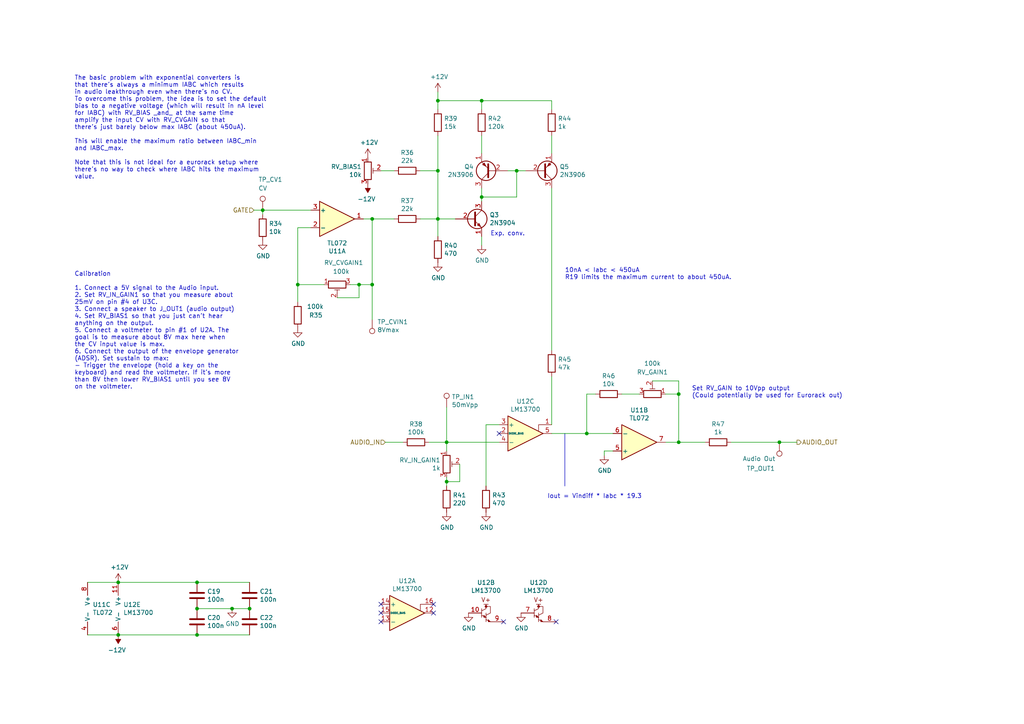
<source format=kicad_sch>
(kicad_sch (version 20230121) (generator eeschema)
  (paper "A4")
  (lib_symbols
    (symbol "Amplifier_Operational:LM13700" (pin_names (offset 0.127))
      (property "Reference" "U" (at 3.81 5.08 0))
      (property "Value" "LM13700" (at 5.08 -5.08 0))
      (symbol "LM13700_1_1"
        (polyline (pts (xy 3.81 -0.635) (xy 3.81 -2.54) (xy 5.08 -2.54)))
        (polyline (pts (xy 5.08 0) (xy -5.08 -5.08) (xy -5.08 5.08) (xy 5.08 0)) (stroke (width 0.254)) (fill (type background)))
        (pin output line (at 7.62 0 180) (length 2.54) (name "~") (number "12"))
        (pin input line (at -7.62 2.54 0) (length 2.54) (name "-") (number "13"))
        (pin input line (at -7.62 -2.54 0) (length 2.54) (name "+") (number "14"))
        (pin input line (at -7.62 0 0) (length 2.54) (name "DIODE_BIAS") (number "15"))
        (pin input line (at 7.62 -2.54 180) (length 2.54) (name "~") (number "16"))
      )
      (symbol "LM13700_2_0"
        (polyline (pts (xy -1.905 2.54) (xy -3.175 2.54)))
      )
      (symbol "LM13700_2_1"
        (circle (center -2.54 1.905) (radius 0.254) (stroke (width 0.254)) (fill (type outline)))
        (polyline (pts (xy -3.81 -0.635) (xy -2.54 -1.27)))
        (polyline (pts (xy -3.81 1.27) (xy -3.81 -1.27)))
        (polyline (pts (xy -2.54 -1.905) (xy -1.27 -2.54)))
        (polyline (pts (xy -2.54 0) (xy -2.54 -2.54)))
        (polyline (pts (xy -3.81 0.635) (xy -2.54 1.27) (xy -2.54 1.905) (xy -2.54 2.54)))
        (polyline (pts (xy -2.54 -1.27) (xy -3.175 -0.635) (xy -3.175 -1.27) (xy -2.54 -1.27)) (fill (type outline)))
        (polyline (pts (xy -2.54 -0.635) (xy -1.27 0) (xy -1.27 1.905) (xy -2.54 1.905)))
        (polyline (pts (xy -1.27 -2.54) (xy -1.905 -1.905) (xy -1.905 -2.54) (xy -1.27 -2.54)) (fill (type outline)))
        (text "V+" (at -2.54 3.81 0) (effects (font (size 1.27 1.27))))
        (pin input line (at -7.62 0 0) (length 3.81) (name "~") (number "10"))
        (pin output line (at 2.54 -2.54 180) (length 3.81) (name "~") (number "9"))
      )
      (symbol "LM13700_3_1"
        (polyline (pts (xy 3.81 -0.635) (xy 3.81 -2.54) (xy 5.08 -2.54)))
        (polyline (pts (xy 5.08 0) (xy -5.08 -5.08) (xy -5.08 5.08) (xy 5.08 0)) (stroke (width 0.254)) (fill (type background)))
        (pin input line (at 7.62 -2.54 180) (length 2.54) (name "~") (number "1"))
        (pin input line (at -7.62 0 0) (length 2.54) (name "DIODE_BIAS") (number "2"))
        (pin input line (at -7.62 -2.54 0) (length 2.54) (name "+") (number "3"))
        (pin input line (at -7.62 2.54 0) (length 2.54) (name "-") (number "4"))
        (pin output line (at 7.62 0 180) (length 2.54) (name "~") (number "5"))
      )
      (symbol "LM13700_4_0"
        (polyline (pts (xy -3.175 2.54) (xy -1.905 2.54)))
        (text "V+" (at -2.54 3.81 0) (effects (font (size 1.27 1.27))))
      )
      (symbol "LM13700_4_1"
        (circle (center -2.54 1.905) (radius 0.254) (stroke (width 0.254)) (fill (type outline)))
        (polyline (pts (xy -3.81 -0.635) (xy -2.54 -1.27)))
        (polyline (pts (xy -3.81 1.27) (xy -3.81 -1.27)))
        (polyline (pts (xy -2.54 -1.905) (xy -1.27 -2.54)))
        (polyline (pts (xy -2.54 0) (xy -2.54 -2.54)))
        (polyline (pts (xy -3.81 0.635) (xy -2.54 1.27) (xy -2.54 2.54)))
        (polyline (pts (xy -2.54 -1.27) (xy -3.175 -0.635) (xy -3.175 -1.27) (xy -2.54 -1.27)) (fill (type outline)))
        (polyline (pts (xy -2.54 -0.635) (xy -1.27 0) (xy -1.27 1.905) (xy -2.54 1.905)))
        (polyline (pts (xy -1.27 -2.54) (xy -1.905 -1.905) (xy -1.905 -2.54) (xy -1.27 -2.54)) (fill (type outline)))
        (pin input line (at -7.62 0 0) (length 3.81) (name "~") (number "7"))
        (pin output line (at 2.54 -2.54 180) (length 3.81) (name "~") (number "8"))
      )
      (symbol "LM13700_5_1"
        (pin power_in line (at -2.54 7.62 270) (length 3.81) (name "V+") (number "11"))
        (pin power_in line (at -2.54 -7.62 90) (length 3.81) (name "V-") (number "6"))
      )
    )
    (symbol "Amplifier_Operational:TL072" (pin_names (offset 0.127))
      (property "Reference" "U" (at 0 5.08 0))
      (property "Value" "TL072" (at 0 -5.08 0))
      (symbol "TL072_1_1"
        (polyline (pts (xy -5.08 5.08) (xy 5.08 0) (xy -5.08 -5.08) (xy -5.08 5.08)) (stroke (width 0.254)) (fill (type background)))
        (pin output line (at 7.62 0 180) (length 2.54) (name "~") (number "1"))
        (pin input line (at -7.62 -2.54 0) (length 2.54) (name "-") (number "2"))
        (pin input line (at -7.62 2.54 0) (length 2.54) (name "+") (number "3"))
      )
      (symbol "TL072_2_1"
        (polyline (pts (xy -5.08 5.08) (xy 5.08 0) (xy -5.08 -5.08) (xy -5.08 5.08)) (stroke (width 0.254)) (fill (type background)))
        (pin input line (at -7.62 2.54 0) (length 2.54) (name "+") (number "5"))
        (pin input line (at -7.62 -2.54 0) (length 2.54) (name "-") (number "6"))
        (pin output line (at 7.62 0 180) (length 2.54) (name "~") (number "7"))
      )
      (symbol "TL072_3_1"
        (pin power_in line (at -2.54 -7.62 90) (length 3.81) (name "V-") (number "4"))
        (pin power_in line (at -2.54 7.62 270) (length 3.81) (name "V+") (number "8"))
      )
    )
    (symbol "Connector:TestPoint" (pin_numbers hide) (pin_names (offset 0.762) hide)
      (property "Reference" "TP" (at 0 6.858 0))
      (property "Value" "TestPoint" (at 0 5.08 0))
      (symbol "TestPoint_0_1"
        (circle (center 0 3.302) (radius 0.762))
      )
      (symbol "TestPoint_1_1"
        (pin passive line (at 0 0 90) (length 2.54) (name "1") (number "1"))
      )
    )
    (symbol "Device:C" (pin_numbers hide) (pin_names (offset 0.254))
      (property "Reference" "C" (at 0.635 2.54 0))
      (property "Value" "C" (at 0.635 -2.54 0))
      (symbol "C_0_1"
        (polyline (pts (xy -2.032 -0.762) (xy 2.032 -0.762)) (stroke (width 0.508)))
        (polyline (pts (xy -2.032 0.762) (xy 2.032 0.762)) (stroke (width 0.508)))
      )
      (symbol "C_1_1"
        (pin passive line (at 0 3.81 270) (length 2.794) (name "~") (number "1"))
        (pin passive line (at 0 -3.81 90) (length 2.794) (name "~") (number "2"))
      )
    )
    (symbol "Device:R" (pin_numbers hide) (pin_names (offset 0))
      (property "Reference" "R" (at 2.032 0 90))
      (property "Value" "R" (at 0 0 90))
      (symbol "R_0_1"
        (rectangle (start -1.016 -2.54) (end 1.016 2.54) (stroke (width 0.254)))
      )
      (symbol "R_1_1"
        (pin passive line (at 0 3.81 270) (length 1.27) (name "~") (number "1"))
        (pin passive line (at 0 -3.81 90) (length 1.27) (name "~") (number "2"))
      )
    )
    (symbol "Device:R_Potentiometer_Trim" (pin_names (offset 1.016) hide)
      (property "Reference" "RV" (at -4.445 0 90))
      (property "Value" "R_Potentiometer_Trim" (at -2.54 0 90))
      (symbol "R_Potentiometer_Trim_0_1"
        (polyline (pts (xy 1.524 0.762) (xy 1.524 -0.762)))
        (polyline (pts (xy 2.54 0) (xy 1.524 0)))
        (rectangle (start 1.016 2.54) (end -1.016 -2.54) (stroke (width 0.254)))
      )
      (symbol "R_Potentiometer_Trim_1_1"
        (pin passive line (at 0 3.81 270) (length 1.27) (name "1") (number "1"))
        (pin passive line (at 3.81 0 180) (length 1.27) (name "2") (number "2"))
        (pin passive line (at 0 -3.81 90) (length 1.27) (name "3") (number "3"))
      )
    )
    (symbol "Transistor_BJT:2N3904" (pin_names (offset 0) hide)
      (property "Reference" "Q" (at 5.08 1.905 0))
      (property "Value" "2N3904" (at 5.08 0 0))
      (symbol "2N3904_0_1"
        (polyline (pts (xy 0.635 0.635) (xy 2.54 2.54)))
        (polyline (pts (xy 0.635 -0.635) (xy 2.54 -2.54) (xy 2.54 -2.54)))
        (polyline (pts (xy 0.635 1.905) (xy 0.635 -1.905) (xy 0.635 -1.905)) (stroke (width 0.508)))
        (polyline (pts (xy 1.27 -1.778) (xy 1.778 -1.27) (xy 2.286 -2.286) (xy 1.27 -1.778) (xy 1.27 -1.778)) (fill (type outline)))
        (circle (center 1.27 0) (radius 2.8194) (stroke (width 0.254)))
      )
      (symbol "2N3904_1_1"
        (pin passive line (at 2.54 -5.08 90) (length 2.54) (name "E") (number "1"))
        (pin passive line (at -5.08 0 0) (length 5.715) (name "B") (number "2"))
        (pin passive line (at 2.54 5.08 270) (length 2.54) (name "C") (number "3"))
      )
    )
    (symbol "Transistor_BJT:2N3906" (pin_names (offset 0) hide)
      (property "Reference" "Q" (at 5.08 1.905 0))
      (property "Value" "2N3906" (at 5.08 0 0))
      (symbol "2N3906_0_1"
        (polyline (pts (xy 0.635 0.635) (xy 2.54 2.54)))
        (polyline (pts (xy 0.635 -0.635) (xy 2.54 -2.54) (xy 2.54 -2.54)))
        (polyline (pts (xy 0.635 1.905) (xy 0.635 -1.905) (xy 0.635 -1.905)) (stroke (width 0.508)))
        (polyline (pts (xy 2.286 -1.778) (xy 1.778 -2.286) (xy 1.27 -1.27) (xy 2.286 -1.778) (xy 2.286 -1.778)) (fill (type outline)))
        (circle (center 1.27 0) (radius 2.8194) (stroke (width 0.254)))
      )
      (symbol "2N3906_1_1"
        (pin passive line (at 2.54 -5.08 90) (length 2.54) (name "E") (number "1"))
        (pin input line (at -5.08 0 0) (length 5.715) (name "B") (number "2"))
        (pin passive line (at 2.54 5.08 270) (length 2.54) (name "C") (number "3"))
      )
    )
    (symbol "power:+12V" (power) (pin_names (offset 0))
      (property "Value" "+12V" (at 0 3.556 0))
      (symbol "+12V_0_1"
        (polyline (pts (xy -0.762 1.27) (xy 0 2.54)))
        (polyline (pts (xy 0 0) (xy 0 2.54)))
        (polyline (pts (xy 0 2.54) (xy 0.762 1.27)))
      )
      (symbol "+12V_1_1"
        (pin power_in line (at 0 0 90) (length 0) hide (name "+12V") (number "1"))
      )
    )
    (symbol "power:-12V" (power) (pin_names (offset 0))
      (property "Value" "-12V" (at 0 3.81 0))
      (symbol "-12V_0_0"
        (pin power_in line (at 0 0 90) (length 0) hide (name "-12V") (number "1"))
      )
      (symbol "-12V_0_1"
        (polyline (pts (xy 0 0) (xy 0 1.27) (xy 0.762 1.27) (xy 0 2.54) (xy -0.762 1.27) (xy 0 1.27)) (fill (type outline)))
      )
    )
    (symbol "power:GND" (power) (pin_names (offset 0))
      (property "Value" "GND" (at 0 -3.81 0))
      (symbol "GND_0_1"
        (polyline (pts (xy 0 0) (xy 0 -1.27) (xy 1.27 -1.27) (xy 0 -2.54) (xy -1.27 -1.27) (xy 0 -1.27)))
      )
      (symbol "GND_1_1"
        (pin power_in line (at 0 0 270) (length 0) hide (name "GND") (number "1"))
      )
    )
  )
  (junction (at 139.7 57.15))
  (junction (at 127 49.53))
  (junction (at 34.29 184.15))
  (junction (at 196.85 114.3))
  (junction (at 149.86 49.53))
  (junction (at 170.18 125.73))
  (junction (at 129.54 128.27))
  (junction (at 127 63.5))
  (junction (at 226.06 128.27))
  (junction (at 127 29.21))
  (junction (at 57.15 176.53))
  (junction (at 34.29 168.91))
  (junction (at 76.2 60.96))
  (junction (at 72.39 176.53))
  (junction (at 196.85 128.27))
  (junction (at 129.54 139.7))
  (junction (at 107.95 82.55))
  (junction (at 139.7 29.21))
  (junction (at 67.31 176.53))
  (junction (at 86.36 82.55))
  (junction (at 57.15 168.91))
  (junction (at 57.15 184.15))
  (junction (at 107.95 63.5))
  (junction (at 104.14 82.55))
  (no_connect (at 110.49 175.26))
  (no_connect (at 144.78 125.73))
  (no_connect (at 146.05 180.34))
  (no_connect (at 110.49 180.34))
  (no_connect (at 125.73 175.26))
  (no_connect (at 110.49 177.8))
  (no_connect (at 125.73 177.8))
  (no_connect (at 161.29 180.34))
  (wire (pts (xy 170.18 125.73) (xy 177.8 125.73)))
  (wire (pts (xy 140.97 123.19) (xy 140.97 140.97)))
  (wire (pts (xy 160.02 125.73) (xy 170.18 125.73)))
  (wire (pts (xy 170.18 114.3) (xy 170.18 125.73)))
  (wire (pts (xy 133.35 139.7) (xy 129.54 139.7)))
  (wire (pts (xy 34.29 168.91) (xy 57.15 168.91)))
  (wire (pts (xy 139.7 57.15) (xy 149.86 57.15)))
  (wire (pts (xy 86.36 66.04) (xy 86.36 82.55)))
  (wire (pts (xy 185.42 114.3) (xy 180.34 114.3)))
  (wire (pts (xy 231.14 128.27) (xy 226.06 128.27)))
  (wire (pts (xy 139.7 68.58) (xy 139.7 71.12)))
  (polyline (pts (xy 163.83 140.97) (xy 163.83 125.73)))
  (wire (pts (xy 193.04 114.3) (xy 196.85 114.3)))
  (wire (pts (xy 104.14 86.36) (xy 104.14 82.55)))
  (wire (pts (xy 212.09 128.27) (xy 226.06 128.27)))
  (wire (pts (xy 57.15 184.15) (xy 72.39 184.15)))
  (wire (pts (xy 160.02 29.21) (xy 139.7 29.21)))
  (wire (pts (xy 101.6 82.55) (xy 104.14 82.55)))
  (wire (pts (xy 175.26 130.81) (xy 177.8 130.81)))
  (wire (pts (xy 114.3 49.53) (xy 110.49 49.53)))
  (wire (pts (xy 57.15 176.53) (xy 67.31 176.53)))
  (wire (pts (xy 90.17 66.04) (xy 86.36 66.04)))
  (wire (pts (xy 73.66 60.96) (xy 76.2 60.96)))
  (wire (pts (xy 129.54 139.7) (xy 129.54 138.43)))
  (wire (pts (xy 147.32 49.53) (xy 149.86 49.53)))
  (wire (pts (xy 93.98 82.55) (xy 86.36 82.55)))
  (wire (pts (xy 67.31 176.53) (xy 72.39 176.53)))
  (wire (pts (xy 107.95 82.55) (xy 107.95 63.5)))
  (wire (pts (xy 121.92 49.53) (xy 127 49.53)))
  (wire (pts (xy 133.35 134.62) (xy 133.35 139.7)))
  (wire (pts (xy 107.95 63.5) (xy 105.41 63.5)))
  (wire (pts (xy 139.7 39.37) (xy 139.7 44.45)))
  (wire (pts (xy 116.84 128.27) (xy 111.76 128.27)))
  (wire (pts (xy 139.7 57.15) (xy 139.7 58.42)))
  (wire (pts (xy 196.85 110.49) (xy 196.85 114.3)))
  (wire (pts (xy 121.92 63.5) (xy 127 63.5)))
  (wire (pts (xy 196.85 128.27) (xy 193.04 128.27)))
  (wire (pts (xy 149.86 49.53) (xy 152.4 49.53)))
  (wire (pts (xy 129.54 140.97) (xy 129.54 139.7)))
  (wire (pts (xy 149.86 57.15) (xy 149.86 49.53)))
  (wire (pts (xy 175.26 132.08) (xy 175.26 130.81)))
  (wire (pts (xy 127 49.53) (xy 127 63.5)))
  (wire (pts (xy 57.15 168.91) (xy 72.39 168.91)))
  (wire (pts (xy 124.46 128.27) (xy 129.54 128.27)))
  (wire (pts (xy 204.47 128.27) (xy 196.85 128.27)))
  (wire (pts (xy 127 29.21) (xy 139.7 29.21)))
  (wire (pts (xy 127 68.58) (xy 127 63.5)))
  (wire (pts (xy 25.4 184.15) (xy 34.29 184.15)))
  (wire (pts (xy 127 26.67) (xy 127 29.21)))
  (wire (pts (xy 127 39.37) (xy 127 49.53)))
  (wire (pts (xy 139.7 54.61) (xy 139.7 57.15)))
  (wire (pts (xy 144.78 123.19) (xy 140.97 123.19)))
  (wire (pts (xy 196.85 114.3) (xy 196.85 128.27)))
  (wire (pts (xy 104.14 82.55) (xy 107.95 82.55)))
  (wire (pts (xy 129.54 130.81) (xy 129.54 128.27)))
  (wire (pts (xy 114.3 63.5) (xy 107.95 63.5)))
  (wire (pts (xy 76.2 60.96) (xy 76.2 62.23)))
  (wire (pts (xy 129.54 128.27) (xy 144.78 128.27)))
  (wire (pts (xy 127 29.21) (xy 127 31.75)))
  (wire (pts (xy 107.95 92.71) (xy 107.95 82.55)))
  (wire (pts (xy 160.02 31.75) (xy 160.02 29.21)))
  (wire (pts (xy 34.29 168.91) (xy 25.4 168.91)))
  (wire (pts (xy 129.54 118.11) (xy 129.54 128.27)))
  (wire (pts (xy 127 63.5) (xy 132.08 63.5)))
  (wire (pts (xy 172.72 114.3) (xy 170.18 114.3)))
  (wire (pts (xy 160.02 39.37) (xy 160.02 44.45)))
  (wire (pts (xy 97.79 86.36) (xy 104.14 86.36)))
  (wire (pts (xy 160.02 109.22) (xy 160.02 123.19)))
  (wire (pts (xy 189.23 110.49) (xy 196.85 110.49)))
  (wire (pts (xy 34.29 184.15) (xy 57.15 184.15)))
  (wire (pts (xy 160.02 54.61) (xy 160.02 101.6)))
  (wire (pts (xy 139.7 29.21) (xy 139.7 31.75)))
  (wire (pts (xy 76.2 60.96) (xy 90.17 60.96)))
  (wire (pts (xy 86.36 82.55) (xy 86.36 87.63)))
  (text "Calibration\n\n1. Connect a 5V signal to the Audio input. \n2. Set RV_IN_GAIN1 so that you measure about \n25mV on pin #4 of U3C.\n3. Connect a speaker to J_OUT1 (audio output)\n4. Set RV_BIAS1 so that you just can’t hear \nanything on the output.\n5. Connect a voltmeter to pin #1 of U2A. The \ngoal is to measure about 8V max here when \nthe CV input value is max.\n6. Connect the output of the envelope generator\n(ADSR). Set sustain to max: \n- Trigger the envelope (hold a key on the \nkeyboard) and read the voltmeter. If it’s more \nthan 8V then lower RV_BIAS1 until you see 8V \non the voltmeter. " (at 21.59 113.03 0) (effects (font (size 1.27 1.27)) (justify left bottom)))
  (text "10nA < Iabc < 450uA\nR19 limits the maximum current to about 450uA." (at 163.83 81.28 0) (effects (font (size 1.27 1.27)) (justify left bottom)))
  (text "The basic problem with exponential converters is \nthat there’s always a minimum IABC which results\nin audio leakthrough even when there’s no CV.\nTo overcome this problem, the idea is to set the default\nbias to a negative voltage (which will result in nA level\nfor IABC) with RV_BIAS _and_ at the same time \namplify the input CV with RV_CVGAIN so that \nthere’s just barely below max IABC (about 450uA).\n\nThis will enable the maximum ratio between IABC_min\nand IABC_max.\n\nNote that this is not ideal for a eurorack setup where\nthere’s no way to check where IABC hits the maximum\nvalue." (at 21.59 52.07 0) (effects (font (size 1.27 1.27)) (justify left bottom)))
  (text "Iout = Vindiff * Iabc * 19.3" (at 158.75 144.78 0) (effects (font (size 1.27 1.27)) (justify left bottom)))
  (text "Set RV_GAIN to 10Vpp output\n(Could potentially be used for Eurorack out)" (at 200.66 115.57 0) (effects (font (size 1.27 1.27)) (justify left bottom)))
  (text "Exp. conv." (at 142.24 68.58 0) (effects (font (size 1.27 1.27)) (justify left bottom)))
  (hierarchical_label "AUDIO_IN" (shape input) (at 111.76 128.27 180))
  (hierarchical_label "GATE" (shape input) (at 73.66 60.96 180))
  (hierarchical_label "AUDIO_OUT" (shape output) (at 231.14 128.27 0))
  (symbol (lib_id "Transistor_BJT:2N3904") (at 137.16 63.5 0) (unit 1)
    (property "Reference" "Q3" (at 141.986 62.3316 0) (effects (justify left)))
    (property "Value" "2N3904" (at 141.986 64.643 0) (effects (justify left)))
    (property "Footprint" "Package_TO_SOT_THT:TO-92L_Inline_Wide" (effects hide))
    (property "Datasheet" "https://www.onsemi.com/pub/Collateral/2N3903-D.PDF" (effects hide))
    (instances (project "shmoergh-funk-livecontrol" (path "" (reference "Q3") (unit 1))) (project "hog-f1-control" (path "" (reference "Q4") (unit 1))))
  )
  (symbol (lib_id "Device:R") (at 208.28 128.27 90) (unit 1)
    (property "Reference" "R47" (at 208.28 123.0122 90))
    (property "Value" "1k" (at 208.28 125.3236 90))
    (property "Footprint" "Shmoergh_Custom_Footprints:R_Axial_DIN0207_L6.3mm_D2.5mm_P7.62mm_Horizontal" (effects hide))
    (instances (project "shmoergh-funk-livecontrol" (path "" (reference "R47") (unit 1))) (project "hog-f1-control" (path "" (reference "R52") (unit 1))))
  )
  (symbol (lib_id "Device:R") (at 176.53 114.3 270) (unit 1)
    (property "Reference" "R46" (at 176.53 109.0422 90))
    (property "Value" "10k" (at 176.53 111.3536 90))
    (property "Footprint" "Shmoergh_Custom_Footprints:R_Axial_DIN0207_L6.3mm_D2.5mm_P7.62mm_Horizontal" (effects hide))
    (instances (project "shmoergh-funk-livecontrol" (path "" (reference "R46") (unit 1))) (project "hog-f1-control" (path "" (reference "R51") (unit 1))))
  )
  (symbol (lib_id "power:GND") (at 86.36 95.25 0) (unit 1)
    (property "Reference" "#PWR068" (effects hide))
    (property "Value" "GND" (at 86.487 99.6442 0))
    (instances (project "shmoergh-funk-livecontrol" (path "" (reference "#PWR068") (unit 1))) (project "hog-f1-control" (path "" (reference "#PWR0173") (unit 1))))
  )
  (symbol (lib_id "Amplifier_Operational:LM13700") (at 118.11 177.8 0) (mirror x) (unit 1)
    (property "Reference" "U12" (at 118.11 168.4782 0))
    (property "Value" "LM13700" (at 118.11 170.7896 0))
    (property "Footprint" "Package_DIP:DIP-16_W7.62mm" (effects hide))
    (property "Datasheet" "http://www.ti.com/lit/ds/symlink/lm13700.pdf" (effects hide))
    (instances (project "shmoergh-funk-livecontrol" (path "" (reference "U12") (unit 1))) (project "hog-f1-control" (path "" (reference "U11") (unit 1))))
  )
  (symbol (lib_id "Device:R") (at 160.02 105.41 180) (unit 1)
    (property "Reference" "R45" (at 161.798 104.2416 0) (effects (justify right)))
    (property "Value" "47k" (at 161.798 106.553 0) (effects (justify right)))
    (property "Footprint" "Shmoergh_Custom_Footprints:R_Axial_DIN0207_L6.3mm_D2.5mm_P7.62mm_Horizontal" (effects hide))
    (instances (project "shmoergh-funk-livecontrol" (path "" (reference "R45") (unit 1))) (project "hog-f1-control" (path "" (reference "R50") (unit 1))))
  )
  (symbol (lib_id "Device:R") (at 118.11 63.5 270) (unit 1)
    (property "Reference" "R37" (at 118.11 58.2422 90))
    (property "Value" "22k" (at 118.11 60.5536 90))
    (property "Footprint" "Shmoergh_Custom_Footprints:R_Axial_DIN0207_L6.3mm_D2.5mm_P7.62mm_Horizontal" (effects hide))
    (instances (project "shmoergh-funk-livecontrol" (path "" (reference "R37") (unit 1))) (project "hog-f1-control" (path "" (reference "R42") (unit 1))))
  )
  (symbol (lib_id "Device:R") (at 127 35.56 180) (unit 1)
    (property "Reference" "R39" (at 128.778 34.3916 0) (effects (justify right)))
    (property "Value" "15k" (at 128.778 36.703 0) (effects (justify right)))
    (property "Footprint" "Shmoergh_Custom_Footprints:R_Axial_DIN0207_L6.3mm_D2.5mm_P7.62mm_Horizontal" (effects hide))
    (instances (project "shmoergh-funk-livecontrol" (path "" (reference "R39") (unit 1))) (project "hog-f1-control" (path "" (reference "R44") (unit 1))))
  )
  (symbol (lib_id "Amplifier_Operational:LM13700") (at 158.75 177.8 0) (unit 4)
    (property "Reference" "U12" (at 156.21 168.9608 0))
    (property "Value" "LM13700" (at 156.21 171.2722 0))
    (property "Footprint" "Package_DIP:DIP-16_W7.62mm" (effects hide))
    (property "Datasheet" "http://www.ti.com/lit/ds/symlink/lm13700.pdf" (effects hide))
    (instances (project "shmoergh-funk-livecontrol" (path "" (reference "U12") (unit 4))) (project "hog-f1-control" (path "" (reference "U11") (unit 4))))
  )
  (symbol (lib_id "Transistor_BJT:2N3906") (at 142.24 49.53 180) (unit 1)
    (property "Reference" "Q4" (at 137.414 48.3616 0) (effects (justify left)))
    (property "Value" "2N3906" (at 137.414 50.673 0) (effects (justify left)))
    (property "Footprint" "Package_TO_SOT_THT:TO-92L_Inline_Wide" (effects hide))
    (property "Datasheet" "https://www.onsemi.com/pub/Collateral/2N3906-D.PDF" (effects hide))
    (instances (project "shmoergh-funk-livecontrol" (path "" (reference "Q4") (unit 1))) (project "hog-f1-control" (path "" (reference "Q5") (unit 1))))
  )
  (symbol (lib_id "Device:C") (at 72.39 180.34 0) (unit 1)
    (property "Reference" "C22" (at 75.311 179.1716 0) (effects (justify left)))
    (property "Value" "100n" (at 75.311 181.483 0) (effects (justify left)))
    (property "Footprint" "Capacitor_THT:C_Disc_D3.0mm_W2.0mm_P2.50mm" (effects hide))
    (instances (project "shmoergh-funk-livecontrol" (path "" (reference "C22") (unit 1))) (project "hog-f1-control" (path "" (reference "C18") (unit 1))))
  )
  (symbol (lib_id "Device:C") (at 72.39 172.72 0) (unit 1)
    (property "Reference" "C21" (at 75.311 171.5516 0) (effects (justify left)))
    (property "Value" "100n" (at 75.311 173.863 0) (effects (justify left)))
    (property "Footprint" "Capacitor_THT:C_Disc_D3.0mm_W2.0mm_P2.50mm" (effects hide))
    (instances (project "shmoergh-funk-livecontrol" (path "" (reference "C21") (unit 1))) (project "hog-f1-control" (path "" (reference "C17") (unit 1))))
  )
  (symbol (lib_id "power:GND") (at 76.2 69.85 0) (unit 1)
    (property "Reference" "#PWR067" (effects hide))
    (property "Value" "GND" (at 76.327 74.2442 0))
    (instances (project "shmoergh-funk-livecontrol" (path "" (reference "#PWR067") (unit 1))) (project "hog-f1-control" (path "" (reference "#PWR0177") (unit 1))))
  )
  (symbol (lib_id "Connector:TestPoint") (at 76.2 60.96 0) (unit 1)
    (property "Reference" "TP_CV1" (at 74.93 52.07 0) (effects (justify left)))
    (property "Value" "CV" (at 74.93 54.61 0) (effects (justify left)))
    (property "Footprint" "TestPoint:TestPoint_THTPad_2.0x2.0mm_Drill1.0mm" (effects hide))
  )
  (symbol (lib_id "power:GND") (at 139.7 71.12 0) (unit 1)
    (property "Reference" "#PWR075" (effects hide))
    (property "Value" "GND" (at 139.827 75.5142 0))
    (instances (project "shmoergh-funk-livecontrol" (path "" (reference "#PWR075") (unit 1))) (project "hog-f1-control" (path "" (reference "#PWR0175") (unit 1))))
  )
  (symbol (lib_id "Connector:TestPoint") (at 226.06 128.27 180) (unit 1)
    (property "Reference" "TP_OUT1" (at 224.79 135.89 0) (effects (justify left)))
    (property "Value" "Audio Out" (at 224.917 133.0452 0) (effects (justify left)))
    (property "Footprint" "TestPoint:TestPoint_THTPad_2.0x2.0mm_Drill1.0mm" (effects hide))
  )
  (symbol (lib_id "Amplifier_Operational:LM13700") (at 152.4 125.73 0) (mirror x) (unit 3)
    (property "Reference" "U12" (at 152.4 116.4082 0))
    (property "Value" "LM13700" (at 152.4 118.7196 0))
    (property "Footprint" "Package_DIP:DIP-16_W7.62mm" (effects hide))
    (property "Datasheet" "http://www.ti.com/lit/ds/symlink/lm13700.pdf" (effects hide))
    (instances (project "shmoergh-funk-livecontrol" (path "" (reference "U12") (unit 3))) (project "hog-f1-control" (path "" (reference "U11") (unit 3))))
  )
  (symbol (lib_id "power:GND") (at 67.31 176.53 0) (unit 1)
    (property "Reference" "#PWR066" (effects hide))
    (property "Value" "GND" (at 67.437 180.9242 0))
    (instances (project "shmoergh-funk-livecontrol" (path "" (reference "#PWR066") (unit 1))) (project "hog-f1-control" (path "" (reference "#PWR0165") (unit 1))))
  )
  (symbol (lib_id "Connector:TestPoint") (at 107.95 92.71 180) (unit 1)
    (property "Reference" "TP_CVIN1" (at 109.4232 93.3704 0) (effects (justify right)))
    (property "Value" "8Vmax" (at 109.4232 95.6818 0) (effects (justify right)))
    (property "Footprint" "TestPoint:TestPoint_THTPad_2.0x2.0mm_Drill1.0mm" (effects hide))
  )
  (symbol (lib_id "Amplifier_Operational:TL072") (at 97.79 63.5 0) (unit 1)
    (property "Reference" "U11" (at 97.79 72.8218 0))
    (property "Value" "TL072" (at 97.79 70.5104 0))
    (property "Footprint" "Package_DIP:DIP-8_W7.62mm" (effects hide))
    (property "Datasheet" "http://www.ti.com/lit/ds/symlink/tl071.pdf" (effects hide))
    (instances (project "shmoergh-funk-livecontrol" (path "" (reference "U11") (unit 1))) (project "hog-f1-control" (path "" (reference "U10") (unit 1))))
  )
  (symbol (lib_id "power:GND") (at 127 76.2 0) (unit 1)
    (property "Reference" "#PWR072" (effects hide))
    (property "Value" "GND" (at 127.127 80.5942 0))
    (instances (project "shmoergh-funk-livecontrol" (path "" (reference "#PWR072") (unit 1))) (project "hog-f1-control" (path "" (reference "#PWR0174") (unit 1))))
  )
  (symbol (lib_id "Device:R") (at 120.65 128.27 270) (unit 1)
    (property "Reference" "R38" (at 120.65 123.0122 90))
    (property "Value" "100k" (at 120.65 125.3236 90))
    (property "Footprint" "Shmoergh_Custom_Footprints:R_Axial_DIN0207_L6.3mm_D2.5mm_P7.62mm_Horizontal" (effects hide))
    (instances (project "shmoergh-funk-livecontrol" (path "" (reference "R38") (unit 1))) (project "hog-f1-control" (path "" (reference "R43") (unit 1))))
  )
  (symbol (lib_id "power:GND") (at 129.54 148.59 0) (unit 1)
    (property "Reference" "#PWR073" (effects hide))
    (property "Value" "GND" (at 129.667 152.9842 0))
    (instances (project "shmoergh-funk-livecontrol" (path "" (reference "#PWR073") (unit 1))) (project "hog-f1-control" (path "" (reference "#PWR0166") (unit 1))))
  )
  (symbol (lib_id "power:GND") (at 135.89 177.8 0) (unit 1)
    (property "Reference" "#PWR074" (effects hide))
    (property "Value" "GND" (at 136.017 182.1942 0))
    (instances (project "shmoergh-funk-livecontrol" (path "" (reference "#PWR074") (unit 1))) (project "hog-f1-control" (path "" (reference "#PWR0168") (unit 1))))
  )
  (symbol (lib_id "Device:R") (at 118.11 49.53 270) (unit 1)
    (property "Reference" "R36" (at 118.11 44.2722 90))
    (property "Value" "22k" (at 118.11 46.5836 90))
    (property "Footprint" "Shmoergh_Custom_Footprints:R_Axial_DIN0207_L6.3mm_D2.5mm_P7.62mm_Horizontal" (effects hide))
    (instances (project "shmoergh-funk-livecontrol" (path "" (reference "R36") (unit 1))) (project "hog-f1-control" (path "" (reference "R41") (unit 1))))
  )
  (symbol (lib_id "Amplifier_Operational:LM13700") (at 143.51 177.8 0) (unit 2)
    (property "Reference" "U12" (at 140.97 168.9608 0))
    (property "Value" "LM13700" (at 140.97 171.2722 0))
    (property "Footprint" "Package_DIP:DIP-16_W7.62mm" (effects hide))
    (property "Datasheet" "http://www.ti.com/lit/ds/symlink/lm13700.pdf" (effects hide))
    (instances (project "shmoergh-funk-livecontrol" (path "" (reference "U12") (unit 2))) (project "hog-f1-control" (path "" (reference "U11") (unit 2))))
  )
  (symbol (lib_id "Amplifier_Operational:TL072") (at 27.94 176.53 0) (unit 3)
    (property "Reference" "U11" (at 26.8732 175.3616 0) (effects (justify left)))
    (property "Value" "TL072" (at 26.8732 177.673 0) (effects (justify left)))
    (property "Footprint" "Package_DIP:DIP-8_W7.62mm" (effects hide))
    (property "Datasheet" "http://www.ti.com/lit/ds/symlink/tl071.pdf" (effects hide))
    (instances (project "shmoergh-funk-livecontrol" (path "" (reference "U11") (unit 3))) (project "hog-f1-control" (path "" (reference "U10") (unit 3))))
  )
  (symbol (lib_id "Device:C") (at 57.15 172.72 0) (unit 1)
    (property "Reference" "C19" (at 60.071 171.5516 0) (effects (justify left)))
    (property "Value" "100n" (at 60.071 173.863 0) (effects (justify left)))
    (property "Footprint" "Capacitor_THT:C_Disc_D3.0mm_W2.0mm_P2.50mm" (effects hide))
    (instances (project "shmoergh-funk-livecontrol" (path "" (reference "C19") (unit 1))) (project "hog-f1-control" (path "" (reference "C23") (unit 1))))
  )
  (symbol (lib_id "Connector:TestPoint") (at 129.54 118.11 0) (unit 1)
    (property "Reference" "TP_IN1" (at 131.0132 115.1128 0) (effects (justify left)))
    (property "Value" "50mVpp" (at 131.0132 117.4242 0) (effects (justify left)))
    (property "Footprint" "TestPoint:TestPoint_THTPad_2.0x2.0mm_Drill1.0mm" (effects hide))
  )
  (symbol (lib_id "power:+12V") (at 127 26.67 0) (unit 1)
    (property "Reference" "#PWR071" (effects hide))
    (property "Value" "+12V" (at 127.381 22.2758 0))
    (instances (project "shmoergh-funk-livecontrol" (path "" (reference "#PWR071") (unit 1))) (project "hog-f1-control" (path "" (reference "#PWR0176") (unit 1))))
  )
  (symbol (lib_id "Device:C") (at 57.15 180.34 0) (unit 1)
    (property "Reference" "C20" (at 60.071 179.1716 0) (effects (justify left)))
    (property "Value" "100n" (at 60.071 181.483 0) (effects (justify left)))
    (property "Footprint" "Capacitor_THT:C_Disc_D3.0mm_W2.0mm_P2.50mm" (effects hide))
    (instances (project "shmoergh-funk-livecontrol" (path "" (reference "C20") (unit 1))) (project "hog-f1-control" (path "" (reference "C24") (unit 1))))
  )
  (symbol (lib_id "Device:R_Potentiometer_Trim") (at 189.23 114.3 270) (mirror x) (unit 1)
    (property "Reference" "RV_GAIN1" (at 189.23 107.95 90))
    (property "Value" "100k" (at 189.23 105.41 90))
    (property "Footprint" "Potentiometer_THT:Potentiometer_Runtron_RM-065_Vertical" (effects hide))
  )
  (symbol (lib_id "power:-12V") (at 106.68 53.34 180) (unit 1)
    (property "Reference" "#PWR070" (effects hide))
    (property "Value" "-12V" (at 106.299 57.7342 0))
    (instances (project "shmoergh-funk-livecontrol" (path "" (reference "#PWR070") (unit 1))) (project "hog-f1-control" (path "" (reference "#PWR0172") (unit 1))))
  )
  (symbol (lib_id "Amplifier_Operational:TL072") (at 185.42 128.27 0) (mirror x) (unit 2)
    (property "Reference" "U11" (at 185.42 118.9482 0))
    (property "Value" "TL072" (at 185.42 121.2596 0))
    (property "Footprint" "Package_DIP:DIP-8_W7.62mm" (effects hide))
    (property "Datasheet" "http://www.ti.com/lit/ds/symlink/tl071.pdf" (effects hide))
    (instances (project "shmoergh-funk-livecontrol" (path "" (reference "U11") (unit 2))) (project "hog-f1-control" (path "" (reference "U10") (unit 2))))
  )
  (symbol (lib_id "Transistor_BJT:2N3906") (at 157.48 49.53 0) (mirror x) (unit 1)
    (property "Reference" "Q5" (at 162.306 48.3616 0) (effects (justify left)))
    (property "Value" "2N3906" (at 162.306 50.673 0) (effects (justify left)))
    (property "Footprint" "Package_TO_SOT_THT:TO-92L_Inline_Wide" (effects hide))
    (property "Datasheet" "https://www.onsemi.com/pub/Collateral/2N3906-D.PDF" (effects hide))
    (instances (project "shmoergh-funk-livecontrol" (path "" (reference "Q5") (unit 1))) (project "hog-f1-control" (path "" (reference "Q6") (unit 1))))
  )
  (symbol (lib_id "power:-12V") (at 34.29 184.15 180) (unit 1)
    (property "Reference" "#PWR065" (effects hide))
    (property "Value" "-12V" (at 33.909 188.5442 0))
    (instances (project "shmoergh-funk-livecontrol" (path "" (reference "#PWR065") (unit 1))) (project "hog-f1-control" (path "" (reference "#PWR0163") (unit 1))))
  )
  (symbol (lib_id "Device:R_Potentiometer_Trim") (at 106.68 49.53 0) (unit 1)
    (property "Reference" "RV_BIAS1" (at 104.902 48.3616 0) (effects (justify right)))
    (property "Value" "10k" (at 104.902 50.673 0) (effects (justify right)))
    (property "Footprint" "Potentiometer_THT:Potentiometer_Runtron_RM-065_Vertical" (effects hide))
  )
  (symbol (lib_id "power:GND") (at 175.26 132.08 0) (unit 1)
    (property "Reference" "#PWR078" (effects hide))
    (property "Value" "GND" (at 175.387 136.4742 0))
    (instances (project "shmoergh-funk-livecontrol" (path "" (reference "#PWR078") (unit 1))) (project "hog-f1-control" (path "" (reference "#PWR0170") (unit 1))))
  )
  (symbol (lib_id "Device:R") (at 160.02 35.56 180) (unit 1)
    (property "Reference" "R44" (at 161.798 34.3916 0) (effects (justify right)))
    (property "Value" "1k" (at 161.798 36.703 0) (effects (justify right)))
    (property "Footprint" "Shmoergh_Custom_Footprints:R_Axial_DIN0207_L6.3mm_D2.5mm_P7.62mm_Horizontal" (effects hide))
    (instances (project "shmoergh-funk-livecontrol" (path "" (reference "R44") (unit 1))) (project "hog-f1-control" (path "" (reference "R49") (unit 1))))
  )
  (symbol (lib_id "Device:R_Potentiometer_Trim") (at 129.54 134.62 0) (unit 1)
    (property "Reference" "RV_IN_GAIN1" (at 127.762 133.4516 0) (effects (justify right)))
    (property "Value" "1k" (at 127.762 135.763 0) (effects (justify right)))
    (property "Footprint" "Potentiometer_THT:Potentiometer_Runtron_RM-065_Vertical" (effects hide))
  )
  (symbol (lib_id "power:GND") (at 151.13 177.8 0) (unit 1)
    (property "Reference" "#PWR077" (effects hide))
    (property "Value" "GND" (at 151.257 182.1942 0))
    (instances (project "shmoergh-funk-livecontrol" (path "" (reference "#PWR077") (unit 1))) (project "hog-f1-control" (path "" (reference "#PWR0169") (unit 1))))
  )
  (symbol (lib_id "Device:R") (at 86.36 91.44 180) (unit 1)
    (property "Reference" "R35" (at 91.6178 91.44 0))
    (property "Value" "100k" (at 91.44 88.9 0))
    (property "Footprint" "Shmoergh_Custom_Footprints:R_Axial_DIN0207_L6.3mm_D2.5mm_P7.62mm_Horizontal" (effects hide))
    (instances (project "shmoergh-funk-livecontrol" (path "" (reference "R35") (unit 1))) (project "hog-f1-control" (path "" (reference "R40") (unit 1))))
  )
  (symbol (lib_id "Device:R") (at 129.54 144.78 0) (unit 1)
    (property "Reference" "R41" (at 131.318 143.6116 0) (effects (justify left)))
    (property "Value" "220" (at 131.318 145.923 0) (effects (justify left)))
    (property "Footprint" "Shmoergh_Custom_Footprints:R_Axial_DIN0207_L6.3mm_D2.5mm_P7.62mm_Horizontal" (effects hide))
    (instances (project "shmoergh-funk-livecontrol" (path "" (reference "R41") (unit 1))) (project "hog-f1-control" (path "" (reference "R46") (unit 1))))
  )
  (symbol (lib_id "power:+12V") (at 34.29 168.91 0) (unit 1)
    (property "Reference" "#PWR064" (effects hide))
    (property "Value" "+12V" (at 34.671 164.5158 0))
    (instances (project "shmoergh-funk-livecontrol" (path "" (reference "#PWR064") (unit 1))) (project "hog-f1-control" (path "" (reference "#PWR0164") (unit 1))))
  )
  (symbol (lib_id "Device:R") (at 140.97 144.78 0) (unit 1)
    (property "Reference" "R43" (at 142.748 143.6116 0) (effects (justify left)))
    (property "Value" "470" (at 142.748 145.923 0) (effects (justify left)))
    (property "Footprint" "Shmoergh_Custom_Footprints:R_Axial_DIN0207_L6.3mm_D2.5mm_P7.62mm_Horizontal" (effects hide))
    (instances (project "shmoergh-funk-livecontrol" (path "" (reference "R43") (unit 1))) (project "hog-f1-control" (path "" (reference "R48") (unit 1))))
  )
  (symbol (lib_id "Device:R") (at 127 72.39 180) (unit 1)
    (property "Reference" "R40" (at 128.778 71.2216 0) (effects (justify right)))
    (property "Value" "470" (at 128.778 73.533 0) (effects (justify right)))
    (property "Footprint" "Shmoergh_Custom_Footprints:R_Axial_DIN0207_L6.3mm_D2.5mm_P7.62mm_Horizontal" (effects hide))
    (instances (project "shmoergh-funk-livecontrol" (path "" (reference "R40") (unit 1))) (project "hog-f1-control" (path "" (reference "R45") (unit 1))))
  )
  (symbol (lib_id "power:+12V") (at 106.68 45.72 0) (unit 1)
    (property "Reference" "#PWR069" (effects hide))
    (property "Value" "+12V" (at 107.061 41.3258 0))
    (instances (project "shmoergh-funk-livecontrol" (path "" (reference "#PWR069") (unit 1))) (project "hog-f1-control" (path "" (reference "#PWR0171") (unit 1))))
  )
  (symbol (lib_id "Device:R") (at 76.2 66.04 0) (unit 1)
    (property "Reference" "R34" (at 77.978 64.8716 0) (effects (justify left)))
    (property "Value" "10k" (at 77.978 67.183 0) (effects (justify left)))
    (property "Footprint" "Shmoergh_Custom_Footprints:R_Axial_DIN0207_L6.3mm_D2.5mm_P7.62mm_Horizontal" (effects hide))
    (instances (project "shmoergh-funk-livecontrol" (path "" (reference "R34") (unit 1))) (project "hog-f1-control" (path "" (reference "R39") (unit 1))))
  )
  (symbol (lib_id "power:GND") (at 140.97 148.59 0) (unit 1)
    (property "Reference" "#PWR076" (effects hide))
    (property "Value" "GND" (at 141.097 152.9842 0))
    (instances (project "shmoergh-funk-livecontrol" (path "" (reference "#PWR076") (unit 1))) (project "hog-f1-control" (path "" (reference "#PWR0167") (unit 1))))
  )
  (symbol (lib_id "Amplifier_Operational:LM13700") (at 36.83 176.53 0) (unit 5)
    (property "Reference" "U12" (at 35.7632 175.3616 0) (effects (justify left)))
    (property "Value" "LM13700" (at 35.7632 177.673 0) (effects (justify left)))
    (property "Footprint" "Package_DIP:DIP-16_W7.62mm" (effects hide))
    (property "Datasheet" "http://www.ti.com/lit/ds/symlink/lm13700.pdf" (effects hide))
    (instances (project "shmoergh-funk-livecontrol" (path "" (reference "U12") (unit 5))) (project "hog-f1-control" (path "" (reference "U11") (unit 5))))
  )
  (symbol (lib_id "Device:R_Potentiometer_Trim") (at 97.79 82.55 90) (mirror x) (unit 1)
    (property "Reference" "RV_CVGAIN1" (at 93.98 76.2 90) (effects (justify right)))
    (property "Value" "100k" (at 96.52 78.74 90) (effects (justify right)))
    (property "Footprint" "Potentiometer_THT:Potentiometer_Runtron_RM-065_Vertical" (effects hide))
  )
  (symbol (lib_id "Device:R") (at 139.7 35.56 180) (unit 1)
    (property "Reference" "R42" (at 141.478 34.3916 0) (effects (justify right)))
    (property "Value" "120k" (at 141.478 36.703 0) (effects (justify right)))
    (property "Footprint" "Shmoergh_Custom_Footprints:R_Axial_DIN0207_L6.3mm_D2.5mm_P7.62mm_Horizontal" (effects hide))
    (instances (project "shmoergh-funk-livecontrol" (path "" (reference "R42") (unit 1))) (project "hog-f1-control" (path "" (reference "R47") (unit 1))))
  )
)
</source>
